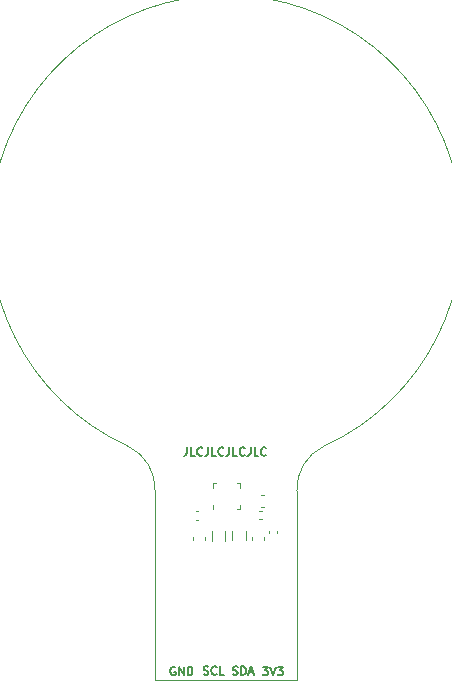
<source format=gbr>
%TF.GenerationSoftware,KiCad,Pcbnew,(5.1.8-0-10_14)*%
%TF.CreationDate,2020-11-28T13:53:16+01:00*%
%TF.ProjectId,VibrationSensor,56696272-6174-4696-9f6e-53656e736f72,rev?*%
%TF.SameCoordinates,Original*%
%TF.FileFunction,Legend,Top*%
%TF.FilePolarity,Positive*%
%FSLAX46Y46*%
G04 Gerber Fmt 4.6, Leading zero omitted, Abs format (unit mm)*
G04 Created by KiCad (PCBNEW (5.1.8-0-10_14)) date 2020-11-28 13:53:16*
%MOMM*%
%LPD*%
G01*
G04 APERTURE LIST*
%ADD10C,0.150000*%
%TA.AperFunction,Profile*%
%ADD11C,0.050000*%
%TD*%
%ADD12C,0.120000*%
G04 APERTURE END LIST*
D10*
X128686666Y-90296666D02*
X128686666Y-90796666D01*
X128653333Y-90896666D01*
X128586666Y-90963333D01*
X128486666Y-90996666D01*
X128420000Y-90996666D01*
X129353333Y-90996666D02*
X129020000Y-90996666D01*
X129020000Y-90296666D01*
X129986666Y-90930000D02*
X129953333Y-90963333D01*
X129853333Y-90996666D01*
X129786666Y-90996666D01*
X129686666Y-90963333D01*
X129620000Y-90896666D01*
X129586666Y-90830000D01*
X129553333Y-90696666D01*
X129553333Y-90596666D01*
X129586666Y-90463333D01*
X129620000Y-90396666D01*
X129686666Y-90330000D01*
X129786666Y-90296666D01*
X129853333Y-90296666D01*
X129953333Y-90330000D01*
X129986666Y-90363333D01*
X130486666Y-90296666D02*
X130486666Y-90796666D01*
X130453333Y-90896666D01*
X130386666Y-90963333D01*
X130286666Y-90996666D01*
X130220000Y-90996666D01*
X131153333Y-90996666D02*
X130820000Y-90996666D01*
X130820000Y-90296666D01*
X131786666Y-90930000D02*
X131753333Y-90963333D01*
X131653333Y-90996666D01*
X131586666Y-90996666D01*
X131486666Y-90963333D01*
X131420000Y-90896666D01*
X131386666Y-90830000D01*
X131353333Y-90696666D01*
X131353333Y-90596666D01*
X131386666Y-90463333D01*
X131420000Y-90396666D01*
X131486666Y-90330000D01*
X131586666Y-90296666D01*
X131653333Y-90296666D01*
X131753333Y-90330000D01*
X131786666Y-90363333D01*
X132286666Y-90296666D02*
X132286666Y-90796666D01*
X132253333Y-90896666D01*
X132186666Y-90963333D01*
X132086666Y-90996666D01*
X132020000Y-90996666D01*
X132953333Y-90996666D02*
X132620000Y-90996666D01*
X132620000Y-90296666D01*
X133586666Y-90930000D02*
X133553333Y-90963333D01*
X133453333Y-90996666D01*
X133386666Y-90996666D01*
X133286666Y-90963333D01*
X133220000Y-90896666D01*
X133186666Y-90830000D01*
X133153333Y-90696666D01*
X133153333Y-90596666D01*
X133186666Y-90463333D01*
X133220000Y-90396666D01*
X133286666Y-90330000D01*
X133386666Y-90296666D01*
X133453333Y-90296666D01*
X133553333Y-90330000D01*
X133586666Y-90363333D01*
X134086666Y-90296666D02*
X134086666Y-90796666D01*
X134053333Y-90896666D01*
X133986666Y-90963333D01*
X133886666Y-90996666D01*
X133820000Y-90996666D01*
X134753333Y-90996666D02*
X134420000Y-90996666D01*
X134420000Y-90296666D01*
X135386666Y-90930000D02*
X135353333Y-90963333D01*
X135253333Y-90996666D01*
X135186666Y-90996666D01*
X135086666Y-90963333D01*
X135020000Y-90896666D01*
X134986666Y-90830000D01*
X134953333Y-90696666D01*
X134953333Y-90596666D01*
X134986666Y-90463333D01*
X135020000Y-90396666D01*
X135086666Y-90330000D01*
X135186666Y-90296666D01*
X135253333Y-90296666D01*
X135353333Y-90330000D01*
X135386666Y-90363333D01*
X135113333Y-108876666D02*
X135546666Y-108876666D01*
X135313333Y-109143333D01*
X135413333Y-109143333D01*
X135480000Y-109176666D01*
X135513333Y-109210000D01*
X135546666Y-109276666D01*
X135546666Y-109443333D01*
X135513333Y-109510000D01*
X135480000Y-109543333D01*
X135413333Y-109576666D01*
X135213333Y-109576666D01*
X135146666Y-109543333D01*
X135113333Y-109510000D01*
X135746666Y-108876666D02*
X135980000Y-109576666D01*
X136213333Y-108876666D01*
X136380000Y-108876666D02*
X136813333Y-108876666D01*
X136580000Y-109143333D01*
X136680000Y-109143333D01*
X136746666Y-109176666D01*
X136780000Y-109210000D01*
X136813333Y-109276666D01*
X136813333Y-109443333D01*
X136780000Y-109510000D01*
X136746666Y-109543333D01*
X136680000Y-109576666D01*
X136480000Y-109576666D01*
X136413333Y-109543333D01*
X136380000Y-109510000D01*
X130106666Y-109513333D02*
X130206666Y-109546666D01*
X130373333Y-109546666D01*
X130440000Y-109513333D01*
X130473333Y-109480000D01*
X130506666Y-109413333D01*
X130506666Y-109346666D01*
X130473333Y-109280000D01*
X130440000Y-109246666D01*
X130373333Y-109213333D01*
X130240000Y-109180000D01*
X130173333Y-109146666D01*
X130140000Y-109113333D01*
X130106666Y-109046666D01*
X130106666Y-108980000D01*
X130140000Y-108913333D01*
X130173333Y-108880000D01*
X130240000Y-108846666D01*
X130406666Y-108846666D01*
X130506666Y-108880000D01*
X131206666Y-109480000D02*
X131173333Y-109513333D01*
X131073333Y-109546666D01*
X131006666Y-109546666D01*
X130906666Y-109513333D01*
X130840000Y-109446666D01*
X130806666Y-109380000D01*
X130773333Y-109246666D01*
X130773333Y-109146666D01*
X130806666Y-109013333D01*
X130840000Y-108946666D01*
X130906666Y-108880000D01*
X131006666Y-108846666D01*
X131073333Y-108846666D01*
X131173333Y-108880000D01*
X131206666Y-108913333D01*
X131840000Y-109546666D02*
X131506666Y-109546666D01*
X131506666Y-108846666D01*
X132590000Y-109513333D02*
X132690000Y-109546666D01*
X132856666Y-109546666D01*
X132923333Y-109513333D01*
X132956666Y-109480000D01*
X132990000Y-109413333D01*
X132990000Y-109346666D01*
X132956666Y-109280000D01*
X132923333Y-109246666D01*
X132856666Y-109213333D01*
X132723333Y-109180000D01*
X132656666Y-109146666D01*
X132623333Y-109113333D01*
X132590000Y-109046666D01*
X132590000Y-108980000D01*
X132623333Y-108913333D01*
X132656666Y-108880000D01*
X132723333Y-108846666D01*
X132890000Y-108846666D01*
X132990000Y-108880000D01*
X133290000Y-109546666D02*
X133290000Y-108846666D01*
X133456666Y-108846666D01*
X133556666Y-108880000D01*
X133623333Y-108946666D01*
X133656666Y-109013333D01*
X133690000Y-109146666D01*
X133690000Y-109246666D01*
X133656666Y-109380000D01*
X133623333Y-109446666D01*
X133556666Y-109513333D01*
X133456666Y-109546666D01*
X133290000Y-109546666D01*
X133956666Y-109346666D02*
X134290000Y-109346666D01*
X133890000Y-109546666D02*
X134123333Y-108846666D01*
X134356666Y-109546666D01*
X127696666Y-108920000D02*
X127630000Y-108886666D01*
X127530000Y-108886666D01*
X127430000Y-108920000D01*
X127363333Y-108986666D01*
X127330000Y-109053333D01*
X127296666Y-109186666D01*
X127296666Y-109286666D01*
X127330000Y-109420000D01*
X127363333Y-109486666D01*
X127430000Y-109553333D01*
X127530000Y-109586666D01*
X127596666Y-109586666D01*
X127696666Y-109553333D01*
X127730000Y-109520000D01*
X127730000Y-109286666D01*
X127596666Y-109286666D01*
X128030000Y-109586666D02*
X128030000Y-108886666D01*
X128430000Y-109586666D01*
X128430000Y-108886666D01*
X128763333Y-109586666D02*
X128763333Y-108886666D01*
X128930000Y-108886666D01*
X129030000Y-108920000D01*
X129096666Y-108986666D01*
X129130000Y-109053333D01*
X129163333Y-109186666D01*
X129163333Y-109286666D01*
X129130000Y-109420000D01*
X129096666Y-109486666D01*
X129030000Y-109553333D01*
X128930000Y-109586666D01*
X128763333Y-109586666D01*
D11*
X126000000Y-110000000D02*
X138000000Y-110000000D01*
X138000000Y-94000000D02*
X138000000Y-110000000D01*
X140297982Y-90195702D02*
G75*
G03*
X138000000Y-94000000I1702018J-3624298D01*
G01*
X123702018Y-90195702D02*
G75*
G02*
X126000000Y-94000000I-1702018J-3624298D01*
G01*
X126000000Y-94000000D02*
X126000000Y-110000000D01*
X123702017Y-90195702D02*
G75*
G02*
X140297982Y-90195702I8297983J18195702D01*
G01*
D12*
%TO.C,C305*%
X136360000Y-97582836D02*
X136360000Y-97367164D01*
X135640000Y-97582836D02*
X135640000Y-97367164D01*
%TO.C,U101*%
X130940000Y-93715000D02*
X130940000Y-93315000D01*
X130940000Y-93315000D02*
X131165000Y-93315000D01*
X133160000Y-95135000D02*
X133160000Y-95535000D01*
X133160000Y-95535000D02*
X132935000Y-95535000D01*
X133160000Y-93715000D02*
X133160000Y-93315000D01*
X133160000Y-93315000D02*
X132935000Y-93315000D01*
X130940000Y-95135000D02*
X130940000Y-95535000D01*
%TO.C,FB102*%
X131900000Y-98189622D02*
X131900000Y-97390378D01*
X130780000Y-98189622D02*
X130780000Y-97390378D01*
%TO.C,FB101*%
X133670000Y-98169622D02*
X133670000Y-97370378D01*
X132550000Y-98169622D02*
X132550000Y-97370378D01*
%TO.C,C105*%
X129657836Y-95690000D02*
X129442164Y-95690000D01*
X129657836Y-96410000D02*
X129442164Y-96410000D01*
%TO.C,C104*%
X134812164Y-96400000D02*
X135027836Y-96400000D01*
X134812164Y-95680000D02*
X135027836Y-95680000D01*
%TO.C,C103*%
X130220000Y-98170580D02*
X130220000Y-97889420D01*
X129200000Y-98170580D02*
X129200000Y-97889420D01*
%TO.C,C102*%
X135250000Y-98180580D02*
X135250000Y-97899420D01*
X134230000Y-98180580D02*
X134230000Y-97899420D01*
%TO.C,C101*%
X134934420Y-95335000D02*
X135215580Y-95335000D01*
X134934420Y-94315000D02*
X135215580Y-94315000D01*
%TD*%
M02*

</source>
